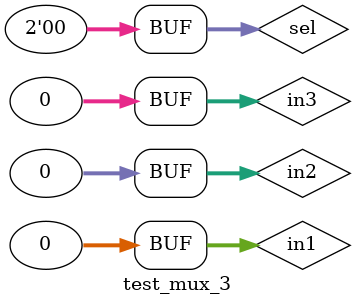
<source format=v>
`timescale 1ns / 1ps


module test_mux_3;

	// Inputs
	reg [31:0] in1;
	reg [31:0] in2;
	reg [31:0] in3;
	reg [1:0] sel;

	// Outputs
	wire [31:0] out;

	// Instantiate the Unit Under Test (UUT)
	mux_3 uut (
		.in1(in1), 
		.in2(in2), 
		.in3(in3), 
		.sel(sel), 
		.out(out)
	);

	initial begin
		// Initialize Inputs
		in1 = 0;
		in2 = 0;
		in3 = 0;
		sel = 0;

		// Wait 100 ns for global reset to finish
		#100;
        
		// Add stimulus here

	end
      
endmodule


</source>
